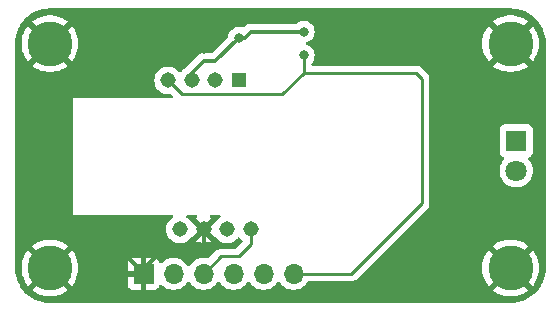
<source format=gbl>
%TF.GenerationSoftware,KiCad,Pcbnew,8.0.1*%
%TF.CreationDate,2024-09-21T06:00:00+02:00*%
%TF.ProjectId,PMW3360,504d5733-3336-4302-9e6b-696361645f70,rev?*%
%TF.SameCoordinates,Original*%
%TF.FileFunction,Copper,L2,Bot*%
%TF.FilePolarity,Positive*%
%FSLAX46Y46*%
G04 Gerber Fmt 4.6, Leading zero omitted, Abs format (unit mm)*
G04 Created by KiCad (PCBNEW 8.0.1) date 2024-09-21 06:00:00*
%MOMM*%
%LPD*%
G01*
G04 APERTURE LIST*
%TA.AperFunction,ComponentPad*%
%ADD10C,3.800000*%
%TD*%
%TA.AperFunction,ComponentPad*%
%ADD11R,1.308000X1.308000*%
%TD*%
%TA.AperFunction,ComponentPad*%
%ADD12C,1.308000*%
%TD*%
%TA.AperFunction,ComponentPad*%
%ADD13R,1.800000X1.800000*%
%TD*%
%TA.AperFunction,ComponentPad*%
%ADD14C,1.800000*%
%TD*%
%TA.AperFunction,ComponentPad*%
%ADD15O,1.700000X1.700000*%
%TD*%
%TA.AperFunction,ComponentPad*%
%ADD16R,1.700000X1.700000*%
%TD*%
%TA.AperFunction,ViaPad*%
%ADD17C,0.800000*%
%TD*%
%TA.AperFunction,Conductor*%
%ADD18C,0.375000*%
%TD*%
%TA.AperFunction,Conductor*%
%ADD19C,0.250000*%
%TD*%
G04 APERTURE END LIST*
D10*
X179000000Y-78000000D03*
D11*
X156000000Y-81125000D03*
D12*
X154000000Y-81125000D03*
X152000000Y-81125000D03*
X150000000Y-81125000D03*
X151000000Y-93725000D03*
X153000000Y-93725000D03*
X155000000Y-93725000D03*
X157000000Y-93725000D03*
D13*
X179475000Y-86225000D03*
D14*
X179475000Y-88765000D03*
D10*
X179000000Y-97000000D03*
X140000000Y-97000000D03*
X140000000Y-78000000D03*
D15*
X160620000Y-97500000D03*
X158080000Y-97500000D03*
X155540000Y-97500000D03*
X153000000Y-97500000D03*
X150460000Y-97500000D03*
D16*
X147920000Y-97500000D03*
D17*
X161500000Y-77000000D03*
X156000000Y-77500000D03*
X153000000Y-78500000D03*
X147500000Y-78500000D03*
X161500000Y-79000000D03*
D18*
X147920000Y-97420000D02*
X147920000Y-97500000D01*
X141500000Y-94000000D02*
X144500000Y-94000000D01*
X141000000Y-81500000D02*
X141000000Y-93500000D01*
X141000000Y-93500000D02*
X141500000Y-94000000D01*
X144500000Y-94000000D02*
X147920000Y-97420000D01*
X146000000Y-81500000D02*
X141000000Y-81500000D01*
X147000000Y-80500000D02*
X146000000Y-81500000D01*
X147000000Y-79000000D02*
X147000000Y-80500000D01*
X147500000Y-78500000D02*
X147000000Y-79000000D01*
X147920000Y-97500000D02*
X148000000Y-97500000D01*
D19*
X162000000Y-80500000D02*
X161500000Y-80500000D01*
X161500000Y-80500000D02*
X161500000Y-80000000D01*
X159687500Y-82312500D02*
X161500000Y-80500000D01*
X171500000Y-91500000D02*
X171500000Y-81000000D01*
X171500000Y-81000000D02*
X171000000Y-80500000D01*
X165500000Y-97500000D02*
X171500000Y-91500000D01*
X160620000Y-97500000D02*
X165500000Y-97500000D01*
X171000000Y-80500000D02*
X162000000Y-80500000D01*
X161500000Y-80000000D02*
X161500000Y-79000000D01*
D18*
X157000000Y-77000000D02*
X156500000Y-77500000D01*
X161500000Y-77000000D02*
X157000000Y-77000000D01*
X156500000Y-77500000D02*
X156000000Y-77500000D01*
X152500000Y-78000000D02*
X153000000Y-78500000D01*
X147500000Y-78500000D02*
X148000000Y-78000000D01*
X148000000Y-78000000D02*
X152500000Y-78000000D01*
D19*
X150000000Y-81125000D02*
X151187500Y-82312500D01*
X151187500Y-82312500D02*
X159687500Y-82312500D01*
D18*
X154000000Y-79500000D02*
X153000000Y-79500000D01*
X156000000Y-77500000D02*
X154000000Y-79500000D01*
X153000000Y-79500000D02*
X152000000Y-80500000D01*
X152000000Y-81125000D02*
X152000000Y-80500000D01*
X152500000Y-95500000D02*
X153000000Y-95000000D01*
X153000000Y-95000000D02*
X153000000Y-93725000D01*
X149500000Y-95500000D02*
X152500000Y-95500000D01*
X147920000Y-97080000D02*
X149500000Y-95500000D01*
X147920000Y-97500000D02*
X147920000Y-97080000D01*
D19*
X157000000Y-95000000D02*
X157000000Y-93725000D01*
X156000000Y-96000000D02*
X157000000Y-95000000D01*
X154500000Y-96000000D02*
X156000000Y-96000000D01*
X153000000Y-97500000D02*
X154500000Y-96000000D01*
%TA.AperFunction,Conductor*%
G36*
X152416744Y-92520185D02*
G01*
X152462499Y-92572989D01*
X152472443Y-92642147D01*
X152443418Y-92705703D01*
X152414982Y-92729927D01*
X152380087Y-92751532D01*
X152380086Y-92751533D01*
X152953554Y-93325000D01*
X152947339Y-93325000D01*
X152845606Y-93352259D01*
X152754394Y-93404920D01*
X152679920Y-93479394D01*
X152627259Y-93570606D01*
X152600000Y-93672339D01*
X152600000Y-93678553D01*
X152012273Y-93090826D01*
X151987329Y-93085346D01*
X151948031Y-93051367D01*
X151862778Y-92938474D01*
X151862776Y-92938471D01*
X151703565Y-92793332D01*
X151703564Y-92793331D01*
X151601162Y-92729926D01*
X151554528Y-92677899D01*
X151543424Y-92608917D01*
X151571377Y-92544883D01*
X151629512Y-92506127D01*
X151666441Y-92500500D01*
X152349705Y-92500500D01*
X152416744Y-92520185D01*
G37*
%TD.AperFunction*%
%TA.AperFunction,Conductor*%
G36*
X154400598Y-92520185D02*
G01*
X154446353Y-92572989D01*
X154456297Y-92642147D01*
X154427272Y-92705703D01*
X154398837Y-92729927D01*
X154296434Y-92793332D01*
X154137223Y-92938472D01*
X154051969Y-93051366D01*
X153995860Y-93093002D01*
X153983834Y-93094718D01*
X153400000Y-93678552D01*
X153400000Y-93672339D01*
X153372741Y-93570606D01*
X153320080Y-93479394D01*
X153245606Y-93404920D01*
X153154394Y-93352259D01*
X153052661Y-93325000D01*
X153046447Y-93325000D01*
X153619912Y-92751533D01*
X153585017Y-92729927D01*
X153538382Y-92677899D01*
X153527278Y-92608917D01*
X153555231Y-92544883D01*
X153613367Y-92506126D01*
X153650295Y-92500500D01*
X154333559Y-92500500D01*
X154400598Y-92520185D01*
G37*
%TD.AperFunction*%
%TA.AperFunction,Conductor*%
G36*
X179003244Y-75025670D02*
G01*
X179304433Y-75041455D01*
X179317340Y-75042812D01*
X179376810Y-75052231D01*
X179612022Y-75089484D01*
X179624690Y-75092176D01*
X179912901Y-75169402D01*
X179925228Y-75173407D01*
X180203781Y-75280334D01*
X180215617Y-75285603D01*
X180481477Y-75421065D01*
X180492683Y-75427535D01*
X180742923Y-75590044D01*
X180753414Y-75597666D01*
X180985282Y-75785429D01*
X180994927Y-75794114D01*
X181205885Y-76005072D01*
X181214570Y-76014717D01*
X181402333Y-76246585D01*
X181409958Y-76257079D01*
X181572460Y-76507310D01*
X181578937Y-76518529D01*
X181714391Y-76784372D01*
X181719669Y-76796227D01*
X181737049Y-76841502D01*
X181826589Y-77074762D01*
X181830600Y-77087107D01*
X181907819Y-77375293D01*
X181910517Y-77387989D01*
X181957187Y-77682659D01*
X181958544Y-77695566D01*
X181974330Y-77996756D01*
X181974500Y-78003246D01*
X181974500Y-96996753D01*
X181974330Y-97003243D01*
X181958544Y-97304433D01*
X181957187Y-97317340D01*
X181910517Y-97612010D01*
X181907819Y-97624706D01*
X181830600Y-97912892D01*
X181826589Y-97925237D01*
X181719670Y-98203770D01*
X181714391Y-98215627D01*
X181578941Y-98481464D01*
X181572455Y-98492697D01*
X181476022Y-98641191D01*
X181409962Y-98742914D01*
X181402333Y-98753414D01*
X181214570Y-98985282D01*
X181205885Y-98994927D01*
X180994927Y-99205885D01*
X180985282Y-99214570D01*
X180753414Y-99402333D01*
X180742914Y-99409962D01*
X180492697Y-99572455D01*
X180481464Y-99578941D01*
X180215627Y-99714391D01*
X180203770Y-99719670D01*
X179925237Y-99826589D01*
X179912892Y-99830600D01*
X179624706Y-99907819D01*
X179612010Y-99910517D01*
X179317340Y-99957187D01*
X179304433Y-99958544D01*
X179003244Y-99974330D01*
X178996754Y-99974500D01*
X140003246Y-99974500D01*
X139996756Y-99974330D01*
X139695566Y-99958544D01*
X139682659Y-99957187D01*
X139387989Y-99910517D01*
X139375293Y-99907819D01*
X139087107Y-99830600D01*
X139074762Y-99826589D01*
X138796229Y-99719670D01*
X138784372Y-99714391D01*
X138755029Y-99699440D01*
X138518529Y-99578937D01*
X138507310Y-99572460D01*
X138257079Y-99409958D01*
X138246585Y-99402333D01*
X138014717Y-99214570D01*
X138005072Y-99205885D01*
X137794114Y-98994927D01*
X137785429Y-98985282D01*
X137597666Y-98753414D01*
X137590044Y-98742923D01*
X137427535Y-98492683D01*
X137421065Y-98481477D01*
X137285603Y-98215617D01*
X137280334Y-98203781D01*
X137173407Y-97925228D01*
X137169402Y-97912901D01*
X137092176Y-97624690D01*
X137089484Y-97612022D01*
X137042812Y-97317340D01*
X137041455Y-97304433D01*
X137025670Y-97003243D01*
X137025585Y-97000005D01*
X137595255Y-97000005D01*
X137614215Y-97301383D01*
X137614216Y-97301390D01*
X137670805Y-97598040D01*
X137764125Y-97885247D01*
X137764127Y-97885252D01*
X137892704Y-98158491D01*
X137892707Y-98158497D01*
X138054516Y-98413469D01*
X138135311Y-98511133D01*
X139063708Y-97582736D01*
X139160967Y-97716602D01*
X139283398Y-97839033D01*
X139417262Y-97936290D01*
X138486564Y-98866987D01*
X138486565Y-98866989D01*
X138711461Y-99030385D01*
X138711479Y-99030397D01*
X138976109Y-99175878D01*
X138976117Y-99175882D01*
X139256889Y-99287047D01*
X139256892Y-99287048D01*
X139549399Y-99362150D01*
X139848995Y-99399999D01*
X139849007Y-99400000D01*
X140150993Y-99400000D01*
X140151004Y-99399999D01*
X140450600Y-99362150D01*
X140743107Y-99287048D01*
X140743110Y-99287047D01*
X141023882Y-99175882D01*
X141023890Y-99175878D01*
X141288520Y-99030397D01*
X141288530Y-99030390D01*
X141513433Y-98866987D01*
X141513434Y-98866987D01*
X140582737Y-97936290D01*
X140716602Y-97839033D01*
X140839033Y-97716602D01*
X140936290Y-97582737D01*
X141864687Y-98511134D01*
X141945486Y-98413464D01*
X142107292Y-98158497D01*
X142107295Y-98158491D01*
X142235872Y-97885252D01*
X142235874Y-97885247D01*
X142329194Y-97598040D01*
X142385783Y-97301390D01*
X142385784Y-97301383D01*
X142404745Y-97000005D01*
X142404745Y-96999994D01*
X142385784Y-96698616D01*
X142385783Y-96698609D01*
X142329194Y-96401959D01*
X142235874Y-96114752D01*
X142235872Y-96114747D01*
X142107295Y-95841508D01*
X142107292Y-95841502D01*
X141945483Y-95586530D01*
X141864686Y-95488864D01*
X140936289Y-96417261D01*
X140839033Y-96283398D01*
X140716602Y-96160967D01*
X140582736Y-96063709D01*
X141513434Y-95133011D01*
X141513433Y-95133009D01*
X141288538Y-94969614D01*
X141288520Y-94969602D01*
X141023890Y-94824121D01*
X141023882Y-94824117D01*
X140743110Y-94712952D01*
X140743107Y-94712951D01*
X140450600Y-94637849D01*
X140151004Y-94600000D01*
X139848995Y-94600000D01*
X139549399Y-94637849D01*
X139256892Y-94712951D01*
X139256889Y-94712952D01*
X138976117Y-94824117D01*
X138976109Y-94824121D01*
X138711476Y-94969604D01*
X138711471Y-94969607D01*
X138486565Y-95133010D01*
X138486564Y-95133011D01*
X139417262Y-96063709D01*
X139283398Y-96160967D01*
X139160967Y-96283398D01*
X139063709Y-96417262D01*
X138135311Y-95488864D01*
X138054520Y-95586525D01*
X138054518Y-95586528D01*
X137892707Y-95841502D01*
X137892704Y-95841508D01*
X137764127Y-96114747D01*
X137764125Y-96114752D01*
X137670805Y-96401959D01*
X137614216Y-96698609D01*
X137614215Y-96698616D01*
X137595255Y-96999994D01*
X137595255Y-97000005D01*
X137025585Y-97000005D01*
X137025500Y-96996753D01*
X137025500Y-92485562D01*
X141914500Y-92485562D01*
X141929438Y-92500500D01*
X150333559Y-92500500D01*
X150400598Y-92520185D01*
X150446353Y-92572989D01*
X150456297Y-92642147D01*
X150427272Y-92705703D01*
X150398837Y-92729927D01*
X150296434Y-92793332D01*
X150137223Y-92938471D01*
X150007386Y-93110402D01*
X149911360Y-93303249D01*
X149911356Y-93303259D01*
X149852398Y-93510480D01*
X149832520Y-93725000D01*
X149852398Y-93939519D01*
X149911356Y-94146740D01*
X149911360Y-94146750D01*
X150007386Y-94339597D01*
X150137223Y-94511528D01*
X150296435Y-94656668D01*
X150296437Y-94656670D01*
X150479605Y-94770083D01*
X150479611Y-94770086D01*
X150481302Y-94770741D01*
X150680504Y-94847912D01*
X150892279Y-94887500D01*
X150892281Y-94887500D01*
X151107719Y-94887500D01*
X151107721Y-94887500D01*
X151319496Y-94847912D01*
X151520391Y-94770085D01*
X151703564Y-94656669D01*
X151862778Y-94511526D01*
X151948031Y-94398632D01*
X152004140Y-94356997D01*
X152016164Y-94355281D01*
X152600000Y-93771445D01*
X152600000Y-93777661D01*
X152627259Y-93879394D01*
X152679920Y-93970606D01*
X152754394Y-94045080D01*
X152845606Y-94097741D01*
X152947339Y-94125000D01*
X152953553Y-94125000D01*
X152380086Y-94698465D01*
X152483413Y-94762443D01*
X152483414Y-94762444D01*
X152682837Y-94839700D01*
X152893068Y-94879000D01*
X153106932Y-94879000D01*
X153317162Y-94839700D01*
X153516585Y-94762444D01*
X153516589Y-94762442D01*
X153619911Y-94698466D01*
X153619911Y-94698465D01*
X153046448Y-94125000D01*
X153052661Y-94125000D01*
X153154394Y-94097741D01*
X153245606Y-94045080D01*
X153320080Y-93970606D01*
X153372741Y-93879394D01*
X153400000Y-93777661D01*
X153400000Y-93771446D01*
X153987724Y-94359170D01*
X154012671Y-94364653D01*
X154051967Y-94398631D01*
X154137225Y-94511530D01*
X154296435Y-94656668D01*
X154296437Y-94656670D01*
X154479605Y-94770083D01*
X154479611Y-94770086D01*
X154481302Y-94770741D01*
X154680504Y-94847912D01*
X154892279Y-94887500D01*
X154892281Y-94887500D01*
X155107719Y-94887500D01*
X155107721Y-94887500D01*
X155319496Y-94847912D01*
X155520391Y-94770085D01*
X155703564Y-94656669D01*
X155862778Y-94511526D01*
X155901047Y-94460848D01*
X155957154Y-94419215D01*
X156026866Y-94414522D01*
X156088048Y-94448264D01*
X156098945Y-94460840D01*
X156137222Y-94511526D01*
X156279452Y-94641186D01*
X156315731Y-94700893D01*
X156313971Y-94770741D01*
X156283593Y-94820501D01*
X155773915Y-95330181D01*
X155712592Y-95363666D01*
X155686234Y-95366500D01*
X154437601Y-95366500D01*
X154315222Y-95390843D01*
X154315214Y-95390845D01*
X154199927Y-95438598D01*
X154199918Y-95438603D01*
X154096167Y-95507928D01*
X154096163Y-95507931D01*
X153456991Y-96147103D01*
X153395668Y-96180588D01*
X153338876Y-96179629D01*
X153334641Y-96178556D01*
X153112569Y-96141500D01*
X152887431Y-96141500D01*
X152665362Y-96178556D01*
X152452430Y-96251656D01*
X152452419Y-96251661D01*
X152254427Y-96358808D01*
X152254422Y-96358812D01*
X152076761Y-96497092D01*
X152076756Y-96497097D01*
X151924284Y-96662723D01*
X151924276Y-96662734D01*
X151833808Y-96801206D01*
X151780662Y-96846562D01*
X151711431Y-96855986D01*
X151648095Y-96826484D01*
X151626192Y-96801206D01*
X151559166Y-96698616D01*
X151535722Y-96662732D01*
X151535719Y-96662729D01*
X151535715Y-96662723D01*
X151383243Y-96497097D01*
X151383238Y-96497092D01*
X151205577Y-96358812D01*
X151205572Y-96358808D01*
X151007580Y-96251661D01*
X151007577Y-96251659D01*
X151007574Y-96251658D01*
X151007571Y-96251657D01*
X151007569Y-96251656D01*
X150794637Y-96178556D01*
X150572569Y-96141500D01*
X150347431Y-96141500D01*
X150125362Y-96178556D01*
X149912430Y-96251656D01*
X149912419Y-96251661D01*
X149714427Y-96358808D01*
X149714422Y-96358812D01*
X149536761Y-96497092D01*
X149467092Y-96572773D01*
X149407205Y-96608763D01*
X149337367Y-96606662D01*
X149279751Y-96567137D01*
X149259681Y-96532122D01*
X149213354Y-96407913D01*
X149213350Y-96407906D01*
X149127190Y-96292812D01*
X149127187Y-96292809D01*
X149012093Y-96206649D01*
X149012086Y-96206645D01*
X148877379Y-96156403D01*
X148877372Y-96156401D01*
X148817844Y-96150000D01*
X148170000Y-96150000D01*
X148170000Y-97066988D01*
X148112993Y-97034075D01*
X147985826Y-97000000D01*
X147854174Y-97000000D01*
X147727007Y-97034075D01*
X147670000Y-97066988D01*
X147670000Y-96150000D01*
X147022155Y-96150000D01*
X146962627Y-96156401D01*
X146962620Y-96156403D01*
X146827913Y-96206645D01*
X146827906Y-96206649D01*
X146712812Y-96292809D01*
X146712809Y-96292812D01*
X146626649Y-96407906D01*
X146626645Y-96407913D01*
X146576403Y-96542620D01*
X146576401Y-96542627D01*
X146570000Y-96602155D01*
X146570000Y-97250000D01*
X147486988Y-97250000D01*
X147454075Y-97307007D01*
X147420000Y-97434174D01*
X147420000Y-97565826D01*
X147454075Y-97692993D01*
X147486988Y-97750000D01*
X146570000Y-97750000D01*
X146570000Y-98397844D01*
X146576401Y-98457372D01*
X146576403Y-98457379D01*
X146626645Y-98592086D01*
X146626649Y-98592093D01*
X146712809Y-98707187D01*
X146712812Y-98707190D01*
X146827906Y-98793350D01*
X146827913Y-98793354D01*
X146962620Y-98843596D01*
X146962627Y-98843598D01*
X147022155Y-98849999D01*
X147022172Y-98850000D01*
X147670000Y-98850000D01*
X147670000Y-97933012D01*
X147727007Y-97965925D01*
X147854174Y-98000000D01*
X147985826Y-98000000D01*
X148112993Y-97965925D01*
X148170000Y-97933012D01*
X148170000Y-98850000D01*
X148817828Y-98850000D01*
X148817844Y-98849999D01*
X148877372Y-98843598D01*
X148877379Y-98843596D01*
X149012086Y-98793354D01*
X149012093Y-98793350D01*
X149127187Y-98707190D01*
X149127190Y-98707187D01*
X149213350Y-98592093D01*
X149213354Y-98592086D01*
X149259681Y-98467877D01*
X149301552Y-98411943D01*
X149367016Y-98387526D01*
X149435289Y-98402377D01*
X149467089Y-98427223D01*
X149536760Y-98502906D01*
X149714424Y-98641189D01*
X149714425Y-98641189D01*
X149714427Y-98641191D01*
X149730829Y-98650067D01*
X149912426Y-98748342D01*
X150125365Y-98821444D01*
X150347431Y-98858500D01*
X150572569Y-98858500D01*
X150794635Y-98821444D01*
X151007574Y-98748342D01*
X151205576Y-98641189D01*
X151383240Y-98502906D01*
X151535722Y-98337268D01*
X151626193Y-98198790D01*
X151679338Y-98153437D01*
X151748569Y-98144013D01*
X151811905Y-98173515D01*
X151833804Y-98198787D01*
X151924278Y-98337268D01*
X151924283Y-98337273D01*
X151924284Y-98337276D01*
X152044513Y-98467877D01*
X152076760Y-98502906D01*
X152254424Y-98641189D01*
X152254425Y-98641189D01*
X152254427Y-98641191D01*
X152270829Y-98650067D01*
X152452426Y-98748342D01*
X152665365Y-98821444D01*
X152887431Y-98858500D01*
X153112569Y-98858500D01*
X153334635Y-98821444D01*
X153547574Y-98748342D01*
X153745576Y-98641189D01*
X153923240Y-98502906D01*
X154075722Y-98337268D01*
X154166193Y-98198790D01*
X154219338Y-98153437D01*
X154288569Y-98144013D01*
X154351905Y-98173515D01*
X154373804Y-98198787D01*
X154464278Y-98337268D01*
X154464283Y-98337273D01*
X154464284Y-98337276D01*
X154584513Y-98467877D01*
X154616760Y-98502906D01*
X154794424Y-98641189D01*
X154794425Y-98641189D01*
X154794427Y-98641191D01*
X154810829Y-98650067D01*
X154992426Y-98748342D01*
X155205365Y-98821444D01*
X155427431Y-98858500D01*
X155652569Y-98858500D01*
X155874635Y-98821444D01*
X156087574Y-98748342D01*
X156285576Y-98641189D01*
X156463240Y-98502906D01*
X156615722Y-98337268D01*
X156706193Y-98198790D01*
X156759338Y-98153437D01*
X156828569Y-98144013D01*
X156891905Y-98173515D01*
X156913804Y-98198787D01*
X157004278Y-98337268D01*
X157004283Y-98337273D01*
X157004284Y-98337276D01*
X157124513Y-98467877D01*
X157156760Y-98502906D01*
X157334424Y-98641189D01*
X157334425Y-98641189D01*
X157334427Y-98641191D01*
X157350829Y-98650067D01*
X157532426Y-98748342D01*
X157745365Y-98821444D01*
X157967431Y-98858500D01*
X158192569Y-98858500D01*
X158414635Y-98821444D01*
X158627574Y-98748342D01*
X158825576Y-98641189D01*
X159003240Y-98502906D01*
X159155722Y-98337268D01*
X159246193Y-98198790D01*
X159299338Y-98153437D01*
X159368569Y-98144013D01*
X159431905Y-98173515D01*
X159453804Y-98198787D01*
X159544278Y-98337268D01*
X159544283Y-98337273D01*
X159544284Y-98337276D01*
X159664513Y-98467877D01*
X159696760Y-98502906D01*
X159874424Y-98641189D01*
X159874425Y-98641189D01*
X159874427Y-98641191D01*
X159890829Y-98650067D01*
X160072426Y-98748342D01*
X160285365Y-98821444D01*
X160507431Y-98858500D01*
X160732569Y-98858500D01*
X160954635Y-98821444D01*
X161167574Y-98748342D01*
X161365576Y-98641189D01*
X161543240Y-98502906D01*
X161695722Y-98337268D01*
X161775194Y-98215627D01*
X161792148Y-98189678D01*
X161845294Y-98144321D01*
X161895956Y-98133500D01*
X165562395Y-98133500D01*
X165562396Y-98133499D01*
X165684785Y-98109155D01*
X165800075Y-98061400D01*
X165903833Y-97992071D01*
X166895899Y-97000005D01*
X176595255Y-97000005D01*
X176614215Y-97301383D01*
X176614216Y-97301390D01*
X176670805Y-97598040D01*
X176764125Y-97885247D01*
X176764127Y-97885252D01*
X176892704Y-98158491D01*
X176892707Y-98158497D01*
X177054516Y-98413469D01*
X177135311Y-98511133D01*
X178063708Y-97582736D01*
X178160967Y-97716602D01*
X178283398Y-97839033D01*
X178417262Y-97936290D01*
X177486564Y-98866987D01*
X177486565Y-98866989D01*
X177711461Y-99030385D01*
X177711479Y-99030397D01*
X177976109Y-99175878D01*
X177976117Y-99175882D01*
X178256889Y-99287047D01*
X178256892Y-99287048D01*
X178549399Y-99362150D01*
X178848995Y-99399999D01*
X178849007Y-99400000D01*
X179150993Y-99400000D01*
X179151004Y-99399999D01*
X179450600Y-99362150D01*
X179743107Y-99287048D01*
X179743110Y-99287047D01*
X180023882Y-99175882D01*
X180023890Y-99175878D01*
X180288520Y-99030397D01*
X180288530Y-99030390D01*
X180513433Y-98866987D01*
X180513434Y-98866987D01*
X179582737Y-97936290D01*
X179716602Y-97839033D01*
X179839033Y-97716602D01*
X179936290Y-97582737D01*
X180864687Y-98511134D01*
X180945486Y-98413464D01*
X181107292Y-98158497D01*
X181107295Y-98158491D01*
X181235872Y-97885252D01*
X181235874Y-97885247D01*
X181329194Y-97598040D01*
X181385783Y-97301390D01*
X181385784Y-97301383D01*
X181404745Y-97000005D01*
X181404745Y-96999994D01*
X181385784Y-96698616D01*
X181385783Y-96698609D01*
X181329194Y-96401959D01*
X181235874Y-96114752D01*
X181235872Y-96114747D01*
X181107295Y-95841508D01*
X181107292Y-95841502D01*
X180945483Y-95586530D01*
X180864686Y-95488864D01*
X179936289Y-96417261D01*
X179839033Y-96283398D01*
X179716602Y-96160967D01*
X179582736Y-96063709D01*
X180513434Y-95133011D01*
X180513433Y-95133009D01*
X180288538Y-94969614D01*
X180288520Y-94969602D01*
X180023890Y-94824121D01*
X180023882Y-94824117D01*
X179743110Y-94712952D01*
X179743107Y-94712951D01*
X179450600Y-94637849D01*
X179151004Y-94600000D01*
X178848995Y-94600000D01*
X178549399Y-94637849D01*
X178256892Y-94712951D01*
X178256889Y-94712952D01*
X177976117Y-94824117D01*
X177976109Y-94824121D01*
X177711476Y-94969604D01*
X177711471Y-94969607D01*
X177486565Y-95133010D01*
X177486564Y-95133011D01*
X178417262Y-96063709D01*
X178283398Y-96160967D01*
X178160967Y-96283398D01*
X178063709Y-96417262D01*
X177135311Y-95488864D01*
X177054520Y-95586525D01*
X177054518Y-95586528D01*
X176892707Y-95841502D01*
X176892704Y-95841508D01*
X176764127Y-96114747D01*
X176764125Y-96114752D01*
X176670805Y-96401959D01*
X176614216Y-96698609D01*
X176614215Y-96698616D01*
X176595255Y-96999994D01*
X176595255Y-97000005D01*
X166895899Y-97000005D01*
X171992071Y-91903833D01*
X172061400Y-91800075D01*
X172109155Y-91684785D01*
X172133500Y-91562394D01*
X172133500Y-91437607D01*
X172133500Y-88765005D01*
X178061673Y-88765005D01*
X178080948Y-88997622D01*
X178138251Y-89223907D01*
X178232015Y-89437668D01*
X178359686Y-89633084D01*
X178517776Y-89804814D01*
X178517780Y-89804818D01*
X178701983Y-89948190D01*
X178701985Y-89948191D01*
X178701988Y-89948193D01*
X178821331Y-90012777D01*
X178907273Y-90059287D01*
X179021914Y-90098643D01*
X179128045Y-90135079D01*
X179128047Y-90135079D01*
X179128049Y-90135080D01*
X179358288Y-90173500D01*
X179358289Y-90173500D01*
X179591711Y-90173500D01*
X179591712Y-90173500D01*
X179821951Y-90135080D01*
X180042727Y-90059287D01*
X180248017Y-89948190D01*
X180432220Y-89804818D01*
X180590314Y-89633083D01*
X180717984Y-89437669D01*
X180811749Y-89223907D01*
X180869051Y-88997626D01*
X180888327Y-88765000D01*
X180869051Y-88532374D01*
X180811749Y-88306093D01*
X180717984Y-88092331D01*
X180590313Y-87896915D01*
X180503143Y-87802224D01*
X180472220Y-87739570D01*
X180480080Y-87670144D01*
X180524227Y-87615988D01*
X180551032Y-87602061D01*
X180621204Y-87575889D01*
X180738261Y-87488261D01*
X180825889Y-87371204D01*
X180876989Y-87234201D01*
X180880591Y-87200692D01*
X180883499Y-87173654D01*
X180883500Y-87173637D01*
X180883500Y-85276362D01*
X180883499Y-85276345D01*
X180880157Y-85245270D01*
X180876989Y-85215799D01*
X180825889Y-85078796D01*
X180738261Y-84961739D01*
X180621204Y-84874111D01*
X180484203Y-84823011D01*
X180423654Y-84816500D01*
X180423638Y-84816500D01*
X178526362Y-84816500D01*
X178526345Y-84816500D01*
X178465797Y-84823011D01*
X178465795Y-84823011D01*
X178328795Y-84874111D01*
X178211739Y-84961739D01*
X178124111Y-85078795D01*
X178073011Y-85215795D01*
X178073011Y-85215797D01*
X178066500Y-85276345D01*
X178066500Y-87173654D01*
X178073011Y-87234202D01*
X178073011Y-87234204D01*
X178124111Y-87371204D01*
X178211739Y-87488261D01*
X178328796Y-87575889D01*
X178328795Y-87575889D01*
X178398961Y-87602060D01*
X178454895Y-87643931D01*
X178479311Y-87709396D01*
X178464459Y-87777669D01*
X178446857Y-87802224D01*
X178359683Y-87896919D01*
X178232015Y-88092331D01*
X178138251Y-88306092D01*
X178080948Y-88532377D01*
X178061673Y-88764994D01*
X178061673Y-88765005D01*
X172133500Y-88765005D01*
X172133500Y-80937606D01*
X172109155Y-80815215D01*
X172102884Y-80800075D01*
X172061401Y-80699925D01*
X172061399Y-80699923D01*
X172061399Y-80699921D01*
X171992072Y-80596167D01*
X171992069Y-80596163D01*
X171403836Y-80007931D01*
X171403832Y-80007928D01*
X171300081Y-79938603D01*
X171300072Y-79938598D01*
X171184785Y-79890845D01*
X171184777Y-79890843D01*
X171062398Y-79866500D01*
X171062394Y-79866500D01*
X162257500Y-79866500D01*
X162190461Y-79846815D01*
X162144706Y-79794011D01*
X162133500Y-79742500D01*
X162133500Y-79701756D01*
X162153185Y-79634717D01*
X162165346Y-79618788D01*
X162239040Y-79536944D01*
X162334527Y-79371556D01*
X162393542Y-79189928D01*
X162413504Y-79000000D01*
X162393542Y-78810072D01*
X162334527Y-78628444D01*
X162239040Y-78463056D01*
X162111253Y-78321134D01*
X161956752Y-78208882D01*
X161782288Y-78131206D01*
X161782286Y-78131205D01*
X161735637Y-78121290D01*
X161674155Y-78088098D01*
X161640379Y-78026935D01*
X161642176Y-78000005D01*
X176595255Y-78000005D01*
X176614215Y-78301383D01*
X176614216Y-78301390D01*
X176670805Y-78598040D01*
X176764125Y-78885247D01*
X176764127Y-78885252D01*
X176892704Y-79158491D01*
X176892707Y-79158497D01*
X177054516Y-79413469D01*
X177135311Y-79511133D01*
X178063708Y-78582736D01*
X178160967Y-78716602D01*
X178283398Y-78839033D01*
X178417262Y-78936290D01*
X177486564Y-79866987D01*
X177486565Y-79866989D01*
X177711461Y-80030385D01*
X177711479Y-80030397D01*
X177976109Y-80175878D01*
X177976117Y-80175882D01*
X178256889Y-80287047D01*
X178256892Y-80287048D01*
X178549399Y-80362150D01*
X178848995Y-80399999D01*
X178849007Y-80400000D01*
X179150993Y-80400000D01*
X179151004Y-80399999D01*
X179450600Y-80362150D01*
X179743107Y-80287048D01*
X179743110Y-80287047D01*
X180023882Y-80175882D01*
X180023890Y-80175878D01*
X180288520Y-80030397D01*
X180288530Y-80030390D01*
X180513433Y-79866987D01*
X180513434Y-79866987D01*
X179582737Y-78936290D01*
X179716602Y-78839033D01*
X179839033Y-78716602D01*
X179936290Y-78582737D01*
X180864687Y-79511134D01*
X180945486Y-79413464D01*
X181107292Y-79158497D01*
X181107295Y-79158491D01*
X181235872Y-78885252D01*
X181235874Y-78885247D01*
X181329194Y-78598040D01*
X181385783Y-78301390D01*
X181385784Y-78301383D01*
X181404745Y-78000005D01*
X181404745Y-77999994D01*
X181385784Y-77698616D01*
X181385783Y-77698609D01*
X181329194Y-77401959D01*
X181235874Y-77114752D01*
X181235872Y-77114747D01*
X181107295Y-76841508D01*
X181107292Y-76841502D01*
X180945483Y-76586530D01*
X180864686Y-76488864D01*
X179936289Y-77417261D01*
X179839033Y-77283398D01*
X179716602Y-77160967D01*
X179582736Y-77063709D01*
X180513434Y-76133011D01*
X180513433Y-76133009D01*
X180288538Y-75969614D01*
X180288520Y-75969602D01*
X180023890Y-75824121D01*
X180023882Y-75824117D01*
X179743110Y-75712952D01*
X179743107Y-75712951D01*
X179450600Y-75637849D01*
X179151004Y-75600000D01*
X178848995Y-75600000D01*
X178549399Y-75637849D01*
X178256892Y-75712951D01*
X178256889Y-75712952D01*
X177976117Y-75824117D01*
X177976109Y-75824121D01*
X177711476Y-75969604D01*
X177711471Y-75969607D01*
X177486565Y-76133010D01*
X177486564Y-76133011D01*
X178417262Y-77063709D01*
X178283398Y-77160967D01*
X178160967Y-77283398D01*
X178063709Y-77417262D01*
X177135311Y-76488864D01*
X177054520Y-76586525D01*
X177054518Y-76586528D01*
X176892707Y-76841502D01*
X176892704Y-76841508D01*
X176764127Y-77114747D01*
X176764125Y-77114752D01*
X176670805Y-77401959D01*
X176614216Y-77698609D01*
X176614215Y-77698616D01*
X176595255Y-77999994D01*
X176595255Y-78000005D01*
X161642176Y-78000005D01*
X161645031Y-77957220D01*
X161686636Y-77901088D01*
X161735637Y-77878710D01*
X161782288Y-77868794D01*
X161956752Y-77791118D01*
X162111253Y-77678866D01*
X162239040Y-77536944D01*
X162334527Y-77371556D01*
X162393542Y-77189928D01*
X162413504Y-77000000D01*
X162393542Y-76810072D01*
X162334527Y-76628444D01*
X162239040Y-76463056D01*
X162111253Y-76321134D01*
X161956752Y-76208882D01*
X161782288Y-76131206D01*
X161782286Y-76131205D01*
X161595487Y-76091500D01*
X161404513Y-76091500D01*
X161217714Y-76131205D01*
X161043243Y-76208884D01*
X160944924Y-76280318D01*
X160879118Y-76303798D01*
X160872039Y-76304000D01*
X157068551Y-76304000D01*
X156931450Y-76304000D01*
X156864217Y-76317373D01*
X156796983Y-76330746D01*
X156750664Y-76349933D01*
X156750663Y-76349933D01*
X156670316Y-76383213D01*
X156556327Y-76459379D01*
X156413165Y-76602541D01*
X156351842Y-76636025D01*
X156287175Y-76632793D01*
X156282290Y-76631206D01*
X156095487Y-76591500D01*
X155904513Y-76591500D01*
X155717714Y-76631205D01*
X155543246Y-76708883D01*
X155388745Y-76821135D01*
X155260959Y-76963057D01*
X155165473Y-77128443D01*
X155165470Y-77128450D01*
X155106459Y-77310067D01*
X155106457Y-77310078D01*
X155099398Y-77377230D01*
X155072813Y-77441844D01*
X155063759Y-77451947D01*
X153748027Y-78767681D01*
X153686704Y-78801166D01*
X153660346Y-78804000D01*
X153074685Y-78804000D01*
X153074665Y-78803999D01*
X153068551Y-78803999D01*
X152931450Y-78803999D01*
X152931447Y-78803999D01*
X152796991Y-78830744D01*
X152796983Y-78830746D01*
X152707419Y-78867845D01*
X152670321Y-78883210D01*
X152556326Y-78959380D01*
X152556322Y-78959383D01*
X151773207Y-79742500D01*
X151556328Y-79959379D01*
X151556326Y-79959381D01*
X151518755Y-79996952D01*
X151459380Y-80056326D01*
X151433169Y-80095553D01*
X151395347Y-80132086D01*
X151296436Y-80193330D01*
X151296435Y-80193331D01*
X151137222Y-80338472D01*
X151098953Y-80389149D01*
X151042844Y-80430784D01*
X150973132Y-80435475D01*
X150911950Y-80401732D01*
X150901047Y-80389149D01*
X150862777Y-80338472D01*
X150703564Y-80193331D01*
X150703562Y-80193329D01*
X150520394Y-80079916D01*
X150520388Y-80079913D01*
X150362056Y-80018576D01*
X150319496Y-80002088D01*
X150107721Y-79962500D01*
X149892279Y-79962500D01*
X149680504Y-80002088D01*
X149680501Y-80002088D01*
X149680501Y-80002089D01*
X149479611Y-80079913D01*
X149479605Y-80079916D01*
X149296437Y-80193329D01*
X149296435Y-80193331D01*
X149137223Y-80338471D01*
X149007386Y-80510402D01*
X148911360Y-80703249D01*
X148911356Y-80703259D01*
X148852398Y-80910480D01*
X148832520Y-81125000D01*
X148852398Y-81339519D01*
X148911356Y-81546740D01*
X148911360Y-81546750D01*
X149007386Y-81739597D01*
X149137223Y-81911528D01*
X149296435Y-82056668D01*
X149296437Y-82056670D01*
X149479605Y-82170083D01*
X149479611Y-82170086D01*
X149522169Y-82186573D01*
X149680504Y-82247912D01*
X149892279Y-82287500D01*
X149892281Y-82287500D01*
X150107718Y-82287500D01*
X150107721Y-82287500D01*
X150177325Y-82274488D01*
X150246839Y-82281519D01*
X150287791Y-82308696D01*
X150366914Y-82387819D01*
X150400399Y-82449142D01*
X150395415Y-82518834D01*
X150353543Y-82574767D01*
X150288079Y-82599184D01*
X150279233Y-82599500D01*
X141929437Y-82599500D01*
X141914500Y-82614437D01*
X141914500Y-82614438D01*
X141914500Y-92464438D01*
X141914500Y-92485562D01*
X137025500Y-92485562D01*
X137025500Y-78003246D01*
X137025585Y-78000005D01*
X137595255Y-78000005D01*
X137614215Y-78301383D01*
X137614216Y-78301390D01*
X137670805Y-78598040D01*
X137764125Y-78885247D01*
X137764127Y-78885252D01*
X137892704Y-79158491D01*
X137892707Y-79158497D01*
X138054516Y-79413469D01*
X138135311Y-79511133D01*
X139063708Y-78582736D01*
X139160967Y-78716602D01*
X139283398Y-78839033D01*
X139417262Y-78936290D01*
X138486564Y-79866987D01*
X138486565Y-79866989D01*
X138711461Y-80030385D01*
X138711479Y-80030397D01*
X138976109Y-80175878D01*
X138976117Y-80175882D01*
X139256889Y-80287047D01*
X139256892Y-80287048D01*
X139549399Y-80362150D01*
X139848995Y-80399999D01*
X139849007Y-80400000D01*
X140150993Y-80400000D01*
X140151004Y-80399999D01*
X140450600Y-80362150D01*
X140743107Y-80287048D01*
X140743110Y-80287047D01*
X141023882Y-80175882D01*
X141023890Y-80175878D01*
X141288520Y-80030397D01*
X141288530Y-80030390D01*
X141513433Y-79866987D01*
X141513434Y-79866987D01*
X140582737Y-78936290D01*
X140716602Y-78839033D01*
X140839033Y-78716602D01*
X140936290Y-78582737D01*
X141864687Y-79511134D01*
X141945486Y-79413464D01*
X142107292Y-79158497D01*
X142107295Y-79158491D01*
X142235872Y-78885252D01*
X142235874Y-78885247D01*
X142329194Y-78598040D01*
X142385783Y-78301390D01*
X142385784Y-78301383D01*
X142404745Y-78000005D01*
X142404745Y-77999994D01*
X142385784Y-77698616D01*
X142385783Y-77698609D01*
X142329194Y-77401959D01*
X142235874Y-77114752D01*
X142235872Y-77114747D01*
X142107295Y-76841508D01*
X142107292Y-76841502D01*
X141945483Y-76586530D01*
X141864686Y-76488864D01*
X140936289Y-77417261D01*
X140839033Y-77283398D01*
X140716602Y-77160967D01*
X140582736Y-77063709D01*
X141513434Y-76133011D01*
X141513433Y-76133009D01*
X141288538Y-75969614D01*
X141288520Y-75969602D01*
X141023890Y-75824121D01*
X141023882Y-75824117D01*
X140743110Y-75712952D01*
X140743107Y-75712951D01*
X140450600Y-75637849D01*
X140151004Y-75600000D01*
X139848995Y-75600000D01*
X139549399Y-75637849D01*
X139256892Y-75712951D01*
X139256889Y-75712952D01*
X138976117Y-75824117D01*
X138976109Y-75824121D01*
X138711476Y-75969604D01*
X138711471Y-75969607D01*
X138486565Y-76133010D01*
X138486564Y-76133011D01*
X139417262Y-77063709D01*
X139283398Y-77160967D01*
X139160967Y-77283398D01*
X139063709Y-77417262D01*
X138135311Y-76488864D01*
X138054520Y-76586525D01*
X138054518Y-76586528D01*
X137892707Y-76841502D01*
X137892704Y-76841508D01*
X137764127Y-77114747D01*
X137764125Y-77114752D01*
X137670805Y-77401959D01*
X137614216Y-77698609D01*
X137614215Y-77698616D01*
X137595255Y-77999994D01*
X137595255Y-78000005D01*
X137025585Y-78000005D01*
X137025670Y-77996756D01*
X137041455Y-77695566D01*
X137042812Y-77682659D01*
X137043832Y-77676217D01*
X137089485Y-77387973D01*
X137092175Y-77375312D01*
X137169403Y-77087092D01*
X137173404Y-77074777D01*
X137280336Y-76796211D01*
X137285600Y-76784389D01*
X137421069Y-76518514D01*
X137427530Y-76507324D01*
X137590050Y-76257066D01*
X137597659Y-76246594D01*
X137785437Y-76014707D01*
X137794104Y-76005082D01*
X138005082Y-75794104D01*
X138014707Y-75785437D01*
X138246594Y-75597659D01*
X138257066Y-75590050D01*
X138507324Y-75427530D01*
X138518514Y-75421069D01*
X138784389Y-75285600D01*
X138796211Y-75280336D01*
X139074777Y-75173404D01*
X139087092Y-75169403D01*
X139375312Y-75092175D01*
X139387973Y-75089485D01*
X139682659Y-75042812D01*
X139695564Y-75041455D01*
X139996756Y-75025669D01*
X140003246Y-75025500D01*
X140008285Y-75025500D01*
X178991715Y-75025500D01*
X178996754Y-75025500D01*
X179003244Y-75025670D01*
G37*
%TD.AperFunction*%
M02*

</source>
